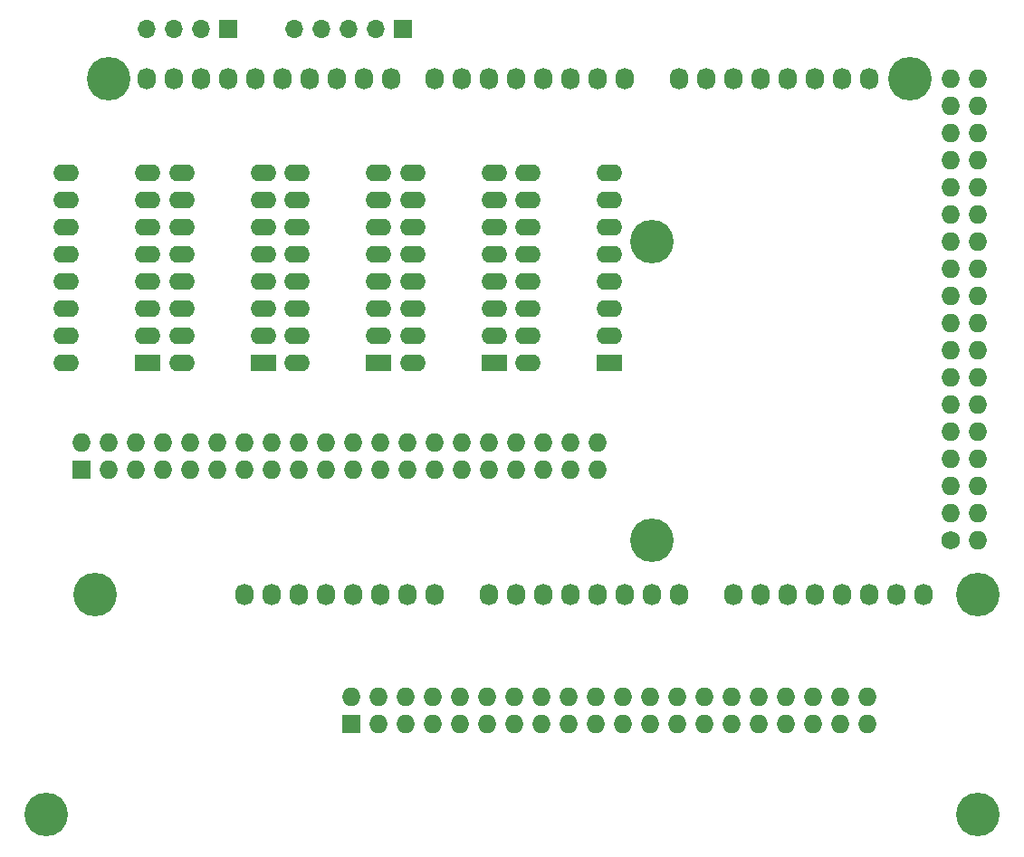
<source format=gbr>
G04 #@! TF.GenerationSoftware,KiCad,Pcbnew,5.1.5-52549c5~86~ubuntu19.10.1*
G04 #@! TF.CreationDate,2020-04-01T18:08:25+02:00*
G04 #@! TF.ProjectId,KabeltesterMEGA,4b616265-6c74-4657-9374-65724d454741,rev?*
G04 #@! TF.SameCoordinates,Original*
G04 #@! TF.FileFunction,Soldermask,Bot*
G04 #@! TF.FilePolarity,Negative*
%FSLAX46Y46*%
G04 Gerber Fmt 4.6, Leading zero omitted, Abs format (unit mm)*
G04 Created by KiCad (PCBNEW 5.1.5-52549c5~86~ubuntu19.10.1) date 2020-04-01 18:08:25*
%MOMM*%
%LPD*%
G04 APERTURE LIST*
%ADD10C,4.064000*%
%ADD11O,2.400000X1.600000*%
%ADD12R,2.400000X1.600000*%
%ADD13O,1.700000X1.700000*%
%ADD14R,1.700000X1.700000*%
%ADD15O,1.727200X1.727200*%
%ADD16R,1.727200X1.727200*%
%ADD17C,1.727200*%
%ADD18O,1.727200X2.032000*%
G04 APERTURE END LIST*
D10*
X199898000Y-139700000D03*
X112776000Y-139700000D03*
D11*
X114681000Y-97409000D03*
X122301000Y-79629000D03*
X114681000Y-94869000D03*
X122301000Y-82169000D03*
X114681000Y-92329000D03*
X122301000Y-84709000D03*
X114681000Y-89789000D03*
X122301000Y-87249000D03*
X114681000Y-87249000D03*
X122301000Y-89789000D03*
X114681000Y-84709000D03*
X122301000Y-92329000D03*
X114681000Y-82169000D03*
X122301000Y-94869000D03*
X114681000Y-79629000D03*
D12*
X122301000Y-97409000D03*
D11*
X157861000Y-97409000D03*
X165481000Y-79629000D03*
X157861000Y-94869000D03*
X165481000Y-82169000D03*
X157861000Y-92329000D03*
X165481000Y-84709000D03*
X157861000Y-89789000D03*
X165481000Y-87249000D03*
X157861000Y-87249000D03*
X165481000Y-89789000D03*
X157861000Y-84709000D03*
X165481000Y-92329000D03*
X157861000Y-82169000D03*
X165481000Y-94869000D03*
X157861000Y-79629000D03*
D12*
X165481000Y-97409000D03*
D11*
X147066000Y-97409000D03*
X154686000Y-79629000D03*
X147066000Y-94869000D03*
X154686000Y-82169000D03*
X147066000Y-92329000D03*
X154686000Y-84709000D03*
X147066000Y-89789000D03*
X154686000Y-87249000D03*
X147066000Y-87249000D03*
X154686000Y-89789000D03*
X147066000Y-84709000D03*
X154686000Y-92329000D03*
X147066000Y-82169000D03*
X154686000Y-94869000D03*
X147066000Y-79629000D03*
D12*
X154686000Y-97409000D03*
D11*
X136271000Y-97409000D03*
X143891000Y-79629000D03*
X136271000Y-94869000D03*
X143891000Y-82169000D03*
X136271000Y-92329000D03*
X143891000Y-84709000D03*
X136271000Y-89789000D03*
X143891000Y-87249000D03*
X136271000Y-87249000D03*
X143891000Y-89789000D03*
X136271000Y-84709000D03*
X143891000Y-92329000D03*
X136271000Y-82169000D03*
X143891000Y-94869000D03*
X136271000Y-79629000D03*
D12*
X143891000Y-97409000D03*
D11*
X125476000Y-97409000D03*
X133096000Y-79629000D03*
X125476000Y-94869000D03*
X133096000Y-82169000D03*
X125476000Y-92329000D03*
X133096000Y-84709000D03*
X125476000Y-89789000D03*
X133096000Y-87249000D03*
X125476000Y-87249000D03*
X133096000Y-89789000D03*
X125476000Y-84709000D03*
X133096000Y-92329000D03*
X125476000Y-82169000D03*
X133096000Y-94869000D03*
X125476000Y-79629000D03*
D12*
X133096000Y-97409000D03*
D13*
X136017000Y-66167000D03*
X138557000Y-66167000D03*
X141097000Y-66167000D03*
X143637000Y-66167000D03*
D14*
X146177000Y-66167000D03*
D13*
X122174000Y-66167000D03*
X124714000Y-66167000D03*
X127254000Y-66167000D03*
D14*
X129794000Y-66167000D03*
D15*
X189611000Y-128651000D03*
X189611000Y-131191000D03*
X187071000Y-128651000D03*
X187071000Y-131191000D03*
X184531000Y-128651000D03*
X184531000Y-131191000D03*
X181991000Y-128651000D03*
X181991000Y-131191000D03*
X179451000Y-128651000D03*
X179451000Y-131191000D03*
X176911000Y-128651000D03*
X176911000Y-131191000D03*
X174371000Y-128651000D03*
X174371000Y-131191000D03*
X171831000Y-128651000D03*
X171831000Y-131191000D03*
X169291000Y-128651000D03*
X169291000Y-131191000D03*
X166751000Y-128651000D03*
X166751000Y-131191000D03*
X164211000Y-128651000D03*
X164211000Y-131191000D03*
X161671000Y-128651000D03*
X161671000Y-131191000D03*
X159131000Y-128651000D03*
X159131000Y-131191000D03*
X156591000Y-128651000D03*
X156591000Y-131191000D03*
X154051000Y-128651000D03*
X154051000Y-131191000D03*
X151511000Y-128651000D03*
X151511000Y-131191000D03*
X148971000Y-128651000D03*
X148971000Y-131191000D03*
X146431000Y-128651000D03*
X146431000Y-131191000D03*
X143891000Y-128651000D03*
X143891000Y-131191000D03*
X141351000Y-128651000D03*
D16*
X141351000Y-131191000D03*
D15*
X164338000Y-104902000D03*
X164338000Y-107442000D03*
X161798000Y-104902000D03*
X161798000Y-107442000D03*
X159258000Y-104902000D03*
X159258000Y-107442000D03*
X156718000Y-104902000D03*
X156718000Y-107442000D03*
X154178000Y-104902000D03*
X154178000Y-107442000D03*
X151638000Y-104902000D03*
X151638000Y-107442000D03*
X149098000Y-104902000D03*
X149098000Y-107442000D03*
X146558000Y-104902000D03*
X146558000Y-107442000D03*
X144018000Y-104902000D03*
X144018000Y-107442000D03*
X141478000Y-104902000D03*
X141478000Y-107442000D03*
X138938000Y-104902000D03*
X138938000Y-107442000D03*
X136398000Y-104902000D03*
X136398000Y-107442000D03*
X133858000Y-104902000D03*
X133858000Y-107442000D03*
X131318000Y-104902000D03*
X131318000Y-107442000D03*
X128778000Y-104902000D03*
X128778000Y-107442000D03*
X126238000Y-104902000D03*
X126238000Y-107442000D03*
X123698000Y-104902000D03*
X123698000Y-107442000D03*
X121158000Y-104902000D03*
X121158000Y-107442000D03*
X118618000Y-104902000D03*
X118618000Y-107442000D03*
X116078000Y-104902000D03*
D16*
X116078000Y-107442000D03*
D17*
X197358000Y-114046000D03*
D15*
X199898000Y-114046000D03*
X197358000Y-111506000D03*
X199898000Y-111506000D03*
X197358000Y-108966000D03*
X199898000Y-108966000D03*
X197358000Y-106426000D03*
X199898000Y-106426000D03*
X197358000Y-103886000D03*
X199898000Y-103886000D03*
X197358000Y-101346000D03*
X199898000Y-101346000D03*
X197358000Y-98806000D03*
X199898000Y-98806000D03*
X197358000Y-96266000D03*
X199898000Y-96266000D03*
X197358000Y-93726000D03*
X199898000Y-93726000D03*
X197358000Y-91186000D03*
X199898000Y-91186000D03*
X197358000Y-88646000D03*
X199898000Y-88646000D03*
X197358000Y-86106000D03*
X199898000Y-86106000D03*
X197358000Y-83566000D03*
X199898000Y-83566000D03*
X197358000Y-81026000D03*
X199898000Y-81026000D03*
X197358000Y-78486000D03*
X199898000Y-78486000D03*
X197358000Y-75946000D03*
X199898000Y-75946000D03*
X197358000Y-73406000D03*
X199898000Y-73406000D03*
X197358000Y-70866000D03*
X199898000Y-70866000D03*
D18*
X131318000Y-119126000D03*
X133858000Y-119126000D03*
X136398000Y-119126000D03*
X138938000Y-119126000D03*
X141478000Y-119126000D03*
X144018000Y-119126000D03*
X146558000Y-119126000D03*
X149098000Y-119126000D03*
X154178000Y-119126000D03*
X156718000Y-119126000D03*
X159258000Y-119126000D03*
X161798000Y-119126000D03*
X164338000Y-119126000D03*
X166878000Y-119126000D03*
X169418000Y-119126000D03*
X171958000Y-119126000D03*
X177038000Y-119126000D03*
X179578000Y-119126000D03*
X182118000Y-119126000D03*
X184658000Y-119126000D03*
X187198000Y-119126000D03*
X189738000Y-119126000D03*
X192278000Y-119126000D03*
X194818000Y-119126000D03*
X122174000Y-70866000D03*
X124714000Y-70866000D03*
X127254000Y-70866000D03*
X129794000Y-70866000D03*
X132334000Y-70866000D03*
X134874000Y-70866000D03*
X137414000Y-70866000D03*
X139954000Y-70866000D03*
X142494000Y-70866000D03*
X145034000Y-70866000D03*
X149098000Y-70866000D03*
X151638000Y-70866000D03*
X154178000Y-70866000D03*
X156718000Y-70866000D03*
X159258000Y-70866000D03*
X161798000Y-70866000D03*
X164338000Y-70866000D03*
X166878000Y-70866000D03*
X171958000Y-70866000D03*
X174498000Y-70866000D03*
X177038000Y-70866000D03*
X179578000Y-70866000D03*
X182118000Y-70866000D03*
X184658000Y-70866000D03*
X187198000Y-70866000D03*
X189738000Y-70866000D03*
D10*
X117348000Y-119126000D03*
X169418000Y-114046000D03*
X199898000Y-119126000D03*
X118618000Y-70866000D03*
X169418000Y-86106000D03*
X193548000Y-70866000D03*
M02*

</source>
